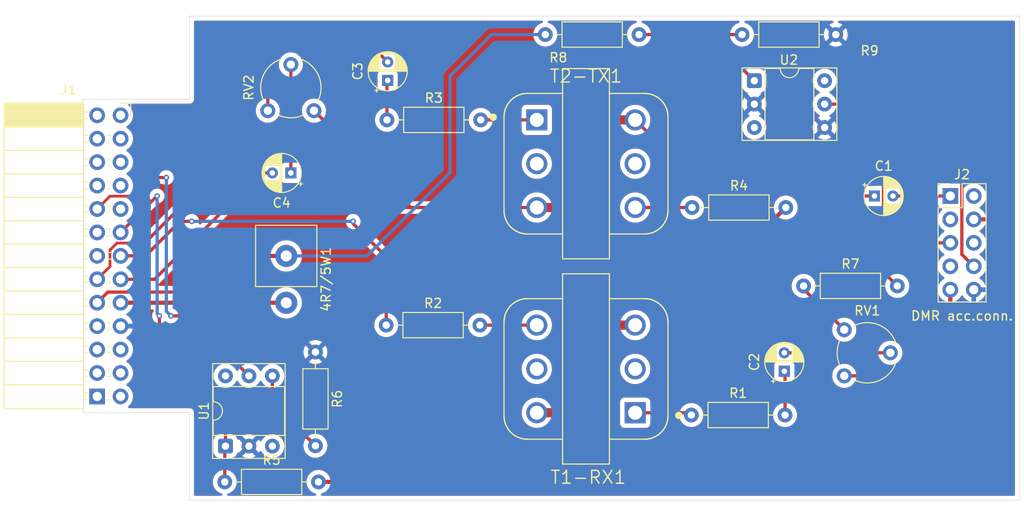
<source format=kicad_pcb>
(kicad_pcb (version 20241229) (generator "pcbnew") (generator_version "9.0")
  (layers (0 "F.Cu" signal) (2 "B.Cu" signal) (13 "F.Paste" user) (15 "B.Paste" user) (5 "F.SilkS" user "F.Silkscreen") (7 "B.SilkS" user "B.Silkscreen") (1 "F.Mask" user) (3 "B.Mask" user) (25 "Edge.Cuts" user))
  (net 0 "")
  (net 1 "Net-(J1-Pin_9)")
  (net 2 "Net-(J1-Pin_10)")
  (net 3 "Net-(C1-Pad1)")
  (net 4 "Net-(J2-Pin_1)")
  (net 5 "Net-(C2-Pad1)")
  (net 6 "Net-(C2-Pad2)")
  (net 7 "Net-(C3-Pad2)")
  (net 8 "Net-(C3-Pad1)")
  (net 9 "Net-(C4-Pad1)")
  (net 10 "Net-(J1-TX_Audio)")
  (net 15 "GNDA")
  (net 24 "GND")
  (net 29 "Net-(J1-GND_MIC)")
  (net 30 "Net-(J1-RX_Audio)")
  (net 33 "Net-(J1-PTT)")
  (net 36 "Net-(J2-Pin_4)")
  (net 38 "GNDS")
  (net 40 "Net-(J2-Pin_9)")
  (net 41 "Net-(J2-Pin_8)")
  (net 42 "Net-(R1-Pad1)")
  (net 43 "Net-(R2-Pad2)")
  (net 44 "Net-(R3-Pad2)")
  (net 45 "Net-(R4-Pad1)")
  (net 46 "Net-(R5-Pad1)")
  (net 47 "Net-(R7-Pad1)")
  (net 48 "Net-(R8-Pad2)")
  (footprint "Potentiometer_THT:Potentiometer_Piher_PT-6-V_Vertical" (layer "F.Cu") (at 93.5 80.25 90)
    (property "Reference" "RV2" (at 2.5 -7.06 90) (layer "F.SilkS"))
    (property "Value" "10K")
    (pad "1" thru_hole circle (at 0 0 90) (size 1.62 1.62) (drill 0.9) (layers "*.Cu" "*.Mask") (net 15 "GNDA"))
    (pad "2" thru_hole circle (at 5 -2.5 90) (size 1.62 1.62) (drill 0.9) (layers "*.Cu" "*.Mask") (net 9 "Net-(C4-Pad1)"))
    (pad "3" thru_hole circle (at 0 -5 90) (size 1.62 1.62) (drill 0.9) (layers "*.Cu" "*.Mask") (net 7 "Net-(C3-Pad2)"))
  )
  (footprint "Capacitor_THT:CP_Radial_D4.0mm_P2.00mm" (layer "F.Cu") (at 91 87 180)
    (property "Reference" "C4" (at 1 -3.25 0) (layer "F.SilkS"))
    (property "Value" "4u7/16V")
    (pad "1" thru_hole rect (at 0 0 180) (size 1.2 1.2) (drill 0.6) (layers "*.Cu" "*.Mask") (net 9 "Net-(C4-Pad1)"))
    (pad "2" thru_hole circle (at 2 0 180) (size 1.2 1.2) (drill 0.6) (layers "*.Cu" "*.Mask") (net 10 "Net-(J1-TX_Audio)"))
  )
  (footprint "Resistor_THT:R_Axial_DIN0207_L6.3mm_D2.5mm_P10.16mm_Horizontal" (layer "F.Cu") (at 134.5 90.75)
    (property "Reference" "R4" (at 5.08 -2.37 0) (layer "F.SilkS"))
    (property "Value" "68R")
    (pad "1" thru_hole circle (at 0 0) (size 1.6 1.6) (drill 0.8) (layers "*.Cu" "*.Mask") (net 45 "Net-(R4-Pad1)"))
    (pad "2" thru_hole oval (at 10.16 0) (size 1.6 1.6) (drill 0.8) (layers "*.Cu" "*.Mask") (net 40 "Net-(J2-Pin_9)"))
  )
  (footprint "Connector_PinSocket_2.54mm:MTM5400_1" (layer "F.Cu") (at 72.54 80.75)
    (property "Reference" "J1" (at -5.65 -2.77 0) (layer "F.SilkS"))
    (property "Value" "MTM5400 acc.con.")
    (pad "1" thru_hole rect (at -2.54 30.48) (size 1.7 1.7) (drill 1) (layers "*.Cu" "*.Mask"))
    (pad "2" thru_hole oval (at 0 30.48) (size 1.7 1.7) (drill 1) (layers "*.Cu" "*.Mask"))
    (pad "3" thru_hole oval (at -2.54 27.94) (size 1.7 1.7) (drill 1) (layers "*.Cu" "*.Mask"))
    (pad "4" thru_hole oval (at 0 27.94) (size 1.7 1.7) (drill 1) (layers "*.Cu" "*.Mask"))
    (pad "5" thru_hole oval (at -2.54 25.4) (size 1.7 1.7) (drill 1) (layers "*.Cu" "*.Mask"))
    (pad "6" thru_hole oval (at 0 25.4) (size 1.7 1.7) (drill 1) (layers "*.Cu" "*.Mask"))
    (pad "7" thru_hole oval (at -2.54 22.86) (size 1.7 1.7) (drill 1) (layers "*.Cu" "*.Mask"))
    (pad "8" thru_hole oval (at 0 22.86) (size 1.7 1.7) (drill 1) (layers "*.Cu" "*.Mask") (net 24 "GND"))
    (pad "9" thru_hole oval (at -2.54 20.32) (size 1.7 1.7) (drill 1) (layers "*.Cu" "*.Mask") (net 1 "Net-(J1-Pin_9)"))
    (pad "10" thru_hole oval (at 0 20.32) (size 1.7 1.7) (drill 1) (layers "*.Cu" "*.Mask") (net 2 "Net-(J1-Pin_10)"))
    (pad "11" thru_hole oval (at -2.54 17.78) (size 1.7 1.7) (drill 1) (layers "*.Cu" "*.Mask") (net 10 "Net-(J1-TX_Audio)"))
    (pad "12" thru_hole oval (at 0 17.78) (size 1.7 1.7) (drill 1) (layers "*.Cu" "*.Mask") (net 15 "GNDA"))
    (pad "13" thru_hole oval (at -2.54 15.24) (size 1.7 1.7) (drill 1) (layers "*.Cu" "*.Mask"))
    (pad "14" thru_hole oval (at 0 15.24) (size 1.7 1.7) (drill 1) (layers "*.Cu" "*.Mask") (net 30 "Net-(J1-RX_Audio)"))
    (pad "15" thru_hole oval (at -2.54 12.7) (size 1.7 1.7) (drill 1) (layers "*.Cu" "*.Mask"))
    (pad "16" thru_hole oval (at 0 12.7) (size 1.7 1.7) (drill 1) (layers "*.Cu" "*.Mask") (net 29 "Net-(J1-GND_MIC)"))
    (pad "17" thru_hole oval (at -2.54 10.16) (size 1.7 1.7) (drill 1) (layers "*.Cu" "*.Mask") (net 33 "Net-(J1-PTT)"))
    (pad "18" thru_hole oval (at 0 10.16) (size 1.7 1.7) (drill 1) (layers "*.Cu" "*.Mask"))
    (pad "19" thru_hole oval (at -2.54 7.62) (size 1.7 1.7) (drill 1) (layers "*.Cu" "*.Mask"))
    (pad "20" thru_hole oval (at 0 7.62) (size 1.7 1.7) (drill 1) (layers "*.Cu" "*.Mask"))
    (pad "21" thru_hole oval (at -2.54 5.08) (size 1.7 1.7) (drill 1) (layers "*.Cu" "*.Mask"))
    (pad "22" thru_hole oval (at 0 5.08) (size 1.7 1.7) (drill 1) (layers "*.Cu" "*.Mask"))
    (pad "23" thru_hole oval (at -2.54 2.54) (size 1.7 1.7) (drill 1) (layers "*.Cu" "*.Mask"))
    (pad "24" thru_hole oval (at 0 2.54) (size 1.7 1.7) (drill 1) (layers "*.Cu" "*.Mask"))
    (pad "25" thru_hole oval (at -2.54 0) (size 1.7 1.7) (drill 1) (layers "*.Cu" "*.Mask"))
    (pad "26" thru_hole oval (at 0 0) (size 1.7 1.7) (drill 1) (layers "*.Cu" "*.Mask"))
  )
  (footprint "Capacitor_THT:CP_Radial_D4.0mm_P2.00mm" (layer "F.Cu") (at 154.277401 89.5)
    (property "Reference" "C1" (at 1 -3.25 0) (layer "F.SilkS"))
    (property "Value" "4u7/16V")
    (pad "1" thru_hole rect (at 0 0) (size 1.2 1.2) (drill 0.6) (layers "*.Cu" "*.Mask") (net 3 "Net-(C1-Pad1)"))
    (pad "2" thru_hole circle (at 2 0) (size 1.2 1.2) (drill 0.6) (layers "*.Cu" "*.Mask") (net 4 "Net-(J2-Pin_1)"))
  )
  (footprint "Resistor_THT:R_Axial_DIN0207_L6.3mm_D2.5mm_P10.16mm_Horizontal" (layer "F.Cu") (at 150.08 72 180)
    (property "Reference" "R9" (at -3.67 -1.75 0) (layer "F.SilkS"))
    (property "Value" "10K")
    (pad "1" thru_hole circle (at 0 0 180) (size 1.6 1.6) (drill 0.8) (layers "*.Cu" "*.Mask") (net 24 "GND"))
    (pad "2" thru_hole oval (at 10.16 0 180) (size 1.6 1.6) (drill 0.8) (layers "*.Cu" "*.Mask") (net 48 "Net-(R8-Pad2)"))
  )
  (footprint "Package_DIP:DIP-6_W7.62mm_Socket" (layer "F.Cu") (at 141.25 77)
    (property "Reference" "U2" (at 3.75 -2.25 0) (layer "F.SilkS"))
    (property "Value" "CNY17-2")
    (pad "1" thru_hole roundrect (at 0 0) (size 1.6 1.6) (drill 0.8) (layers "*.Cu" "*.Mask") (roundrect_rratio 0.15625) (net 48 "Net-(R8-Pad2)"))
    (pad "2" thru_hole circle (at 0 2.54) (size 1.6 1.6) (drill 0.8) (layers "*.Cu" "*.Mask") (net 24 "GND"))
    (pad "3" thru_hole circle (at 0 5.08) (size 1.6 1.6) (drill 0.8) (layers "*.Cu" "*.Mask"))
    (pad "4" thru_hole circle (at 7.62 5.08) (size 1.6 1.6) (drill 0.8) (layers "*.Cu" "*.Mask") (net 24 "GND"))
    (pad "5" thru_hole circle (at 7.62 2.54) (size 1.6 1.6) (drill 0.8) (layers "*.Cu" "*.Mask") (net 41 "Net-(J2-Pin_8)"))
    (pad "6" thru_hole circle (at 7.62 0) (size 1.6 1.6) (drill 0.8) (layers "*.Cu" "*.Mask"))
  )
  (footprint "Resistor_THT:R_Axial_DIN0207_L6.3mm_D2.5mm_P10.16mm_Horizontal" (layer "F.Cu") (at 83.835 120.5)
    (property "Reference" "R5" (at 5.08 -2.37 0) (layer "F.SilkS"))
    (property "Value" "330R")
    (pad "1" thru_hole circle (at 0 0) (size 1.6 1.6) (drill 0.8) (layers "*.Cu" "*.Mask") (net 46 "Net-(R5-Pad1)"))
    (pad "2" thru_hole oval (at 10.16 0) (size 1.6 1.6) (drill 0.8) (layers "*.Cu" "*.Mask") (net 36 "Net-(J2-Pin_4)"))
  )
  (footprint "Resistor_THT:R_Axial_Power_L20.0mm_W6.4mm_P5.08mm_Vertical" (layer "F.Cu") (at 90.5 96 -90)
    (property "Reference" "4R7/5W1" (at 2.54 -4.32 90) (layer "F.SilkS"))
    (property "Value" "R10" (hide yes))
    (pad "1" thru_hole circle (at 0 0 270) (size 2.4 2.4) (drill 1.2) (layers "*.Cu" "*.Mask") (net 1 "Net-(J1-Pin_9)"))
    (pad "2" thru_hole oval (at 5.08 0 270) (size 2.4 2.4) (drill 1.2) (layers "*.Cu" "*.Mask") (net 2 "Net-(J1-Pin_10)"))
  )
  (footprint "Resistor_THT:R_Axial_DIN0207_L6.3mm_D2.5mm_P10.16mm_Horizontal" (layer "F.Cu") (at 146.59 99.25)
    (property "Reference" "R7" (at 5.08 -2.37 0) (layer "F.SilkS"))
    (property "Value" "100R")
    (pad "1" thru_hole circle (at 0 0) (size 1.6 1.6) (drill 0.8) (layers "*.Cu" "*.Mask") (net 47 "Net-(R7-Pad1)"))
    (pad "2" thru_hole oval (at 10.16 0) (size 1.6 1.6) (drill 0.8) (layers "*.Cu" "*.Mask") (net 38 "GNDS"))
  )
  (footprint "TY-145P:XFMR_TY-145P" (layer "F.Cu") (at 123 108.25 180)
    (property "Reference" "T1-RX1" (at -0.25 -11.75 0) (layer "F.SilkS") (effects (font (size 1.400252 1.400252))))
    (property "Value" "600ohm 1:1")
    (pad "1" thru_hole rect (at -5.334 -4.7498 180) (size 2.286 2.286) (drill 1.524) (layers "*.Cu" "*.Mask") (net 42 "Net-(R1-Pad1)"))
    (pad "2" thru_hole circle (at -5.334 0 180) (size 2.286 2.286) (drill 1.524) (layers "*.Cu" "*.Mask"))
    (pad "3" thru_hole circle (at -5.334 4.7498 180) (size 2.286 2.286) (drill 1.524) (layers "*.Cu" "*.Mask") (net 38 "GNDS"))
    (pad "4" thru_hole circle (at 5.334 4.7498 180) (size 2.286 2.286) (drill 1.524) (layers "*.Cu" "*.Mask") (net 43 "Net-(R2-Pad2)"))
    (pad "5" thru_hole circle (at 5.334 0 180) (size 2.286 2.286) (drill 1.524) (layers "*.Cu" "*.Mask"))
    (pad "6" thru_hole circle (at 5.334 -4.7498 180) (size 2.286 2.286) (drill 1.524) (layers "*.Cu" "*.Mask") (net 15 "GNDA"))
  )
  (footprint "Capacitor_THT:CP_Radial_D4.0mm_P2.00mm" (layer "F.Cu") (at 144.5 108.5 90)
    (property "Reference" "C2" (at 1 -3.25 90) (layer "F.SilkS"))
    (property "Value" "4u7/16V")
    (pad "1" thru_hole rect (at 0 0 90) (size 1.2 1.2) (drill 0.6) (layers "*.Cu" "*.Mask") (net 5 "Net-(C2-Pad1)"))
    (pad "2" thru_hole circle (at 2 0 90) (size 1.2 1.2) (drill 0.6) (layers "*.Cu" "*.Mask") (net 6 "Net-(C2-Pad2)"))
  )
  (footprint "Resistor_THT:R_Axial_DIN0207_L6.3mm_D2.5mm_P10.16mm_Horizontal" (layer "F.Cu") (at 118.59 72)
    (property "Reference" "R8" (at 1.41 2.5 0) (layer "F.SilkS"))
    (property "Value" "330R")
    (pad "1" thru_hole circle (at 0 0) (size 1.6 1.6) (drill 0.8) (layers "*.Cu" "*.Mask") (net 1 "Net-(J1-Pin_9)"))
    (pad "2" thru_hole oval (at 10.16 0) (size 1.6 1.6) (drill 0.8) (layers "*.Cu" "*.Mask") (net 48 "Net-(R8-Pad2)"))
  )
  (footprint "Resistor_THT:R_Axial_DIN0207_L6.3mm_D2.5mm_P10.16mm_Horizontal" (layer "F.Cu") (at 134.42 113.25)
    (property "Reference" "R1" (at 5.08 -2.37 0) (layer "F.SilkS"))
    (property "Value" "68R")
    (pad "1" thru_hole circle (at 0 0) (size 1.6 1.6) (drill 0.8) (layers "*.Cu" "*.Mask") (net 42 "Net-(R1-Pad1)"))
    (pad "2" thru_hole oval (at 10.16 0) (size 1.6 1.6) (drill 0.8) (layers "*.Cu" "*.Mask") (net 5 "Net-(C2-Pad1)"))
  )
  (footprint "Package_DIP:DIP-6_W7.62mm_Socket" (layer "F.Cu") (at 83.915 116.62 90)
    (property "Reference" "U1" (at 3.81 -2.33 90) (layer "F.SilkS"))
    (property "Value" "CNY17-2")
    (pad "1" thru_hole roundrect (at 0 0 90) (size 1.6 1.6) (drill 0.8) (layers "*.Cu" "*.Mask") (roundrect_rratio 0.15625) (net 46 "Net-(R5-Pad1)"))
    (pad "2" thru_hole circle (at 0 2.54 90) (size 1.6 1.6) (drill 0.8) (layers "*.Cu" "*.Mask") (net 24 "GND"))
    (pad "3" thru_hole circle (at 0 5.08 90) (size 1.6 1.6) (drill 0.8) (layers "*.Cu" "*.Mask"))
    (pad "4" thru_hole circle (at 7.62 5.08 90) (size 1.6 1.6) (drill 0.8) (layers "*.Cu" "*.Mask") (net 29 "Net-(J1-GND_MIC)"))
    (pad "5" thru_hole circle (at 7.62 2.54 90) (size 1.6 1.6) (drill 0.8) (layers "*.Cu" "*.Mask") (net 33 "Net-(J1-PTT)"))
    (pad "6" thru_hole circle (at 7.62 0 90) (size 1.6 1.6) (drill 0.8) (layers "*.Cu" "*.Mask"))
  )
  (footprint "Resistor_THT:R_Axial_DIN0207_L6.3mm_D2.5mm_P10.16mm_Horizontal" (layer "F.Cu") (at 93.665 106.42 -90)
    (property "Reference" "R6" (at 5.08 -2.37 90) (layer "F.SilkS"))
    (property "Value" "10K")
    (pad "1" thru_hole circle (at 0 0 270) (size 1.6 1.6) (drill 0.8) (layers "*.Cu" "*.Mask") (net 24 "GND"))
    (pad "2" thru_hole oval (at 10.16 0 270) (size 1.6 1.6) (drill 0.8) (layers "*.Cu" "*.Mask") (net 46 "Net-(R5-Pad1)"))
  )
  (footprint "Resistor_THT:R_Axial_DIN0207_L6.3mm_D2.5mm_P10.16mm_Horizontal" (layer "F.Cu") (at 101.34 103.5)
    (property "Reference" "R2" (at 5.08 -2.37 0) (layer "F.SilkS"))
    (property "Value" "68R")
    (pad "1" thru_hole circle (at 0 0) (size 1.6 1.6) (drill 0.8) (layers "*.Cu" "*.Mask") (net 30 "Net-(J1-RX_Audio)"))
    (pad "2" thru_hole oval (at 10.16 0) (size 1.6 1.6) (drill 0.8) (layers "*.Cu" "*.Mask") (net 43 "Net-(R2-Pad2)"))
  )
  (footprint "Connector_PinHeader_2.54mm:PinHeader_2x05_P2.54mm_Vertical" (layer "F.Cu") (at 162.5 89.5)
    (property "Reference" "J2" (at 1.27 -2.33 0) (layer "F.SilkS"))
    (property "Value" "DMR acc.conn." (at 1.27 13 0) (layer "F.SilkS"))
    (pad "1" thru_hole rect (at 0 0) (size 1.7 1.7) (drill 1) (layers "*.Cu" "*.Mask") (net 4 "Net-(J2-Pin_1)"))
    (pad "2" thru_hole oval (at 2.54 0) (size 1.7 1.7) (drill 1) (layers "*.Cu" "*.Mask"))
    (pad "3" thru_hole oval (at 0 2.54) (size 1.7 1.7) (drill 1) (layers "*.Cu" "*.Mask"))
    (pad "4" thru_hole oval (at 2.54 2.54) (size 1.7 1.7) (drill 1) (layers "*.Cu" "*.Mask") (net 36 "Net-(J2-Pin_4)"))
    (pad "5" thru_hole oval (at 0 5.08) (size 1.7 1.7) (drill 1) (layers "*.Cu" "*.Mask") (net 38 "GNDS"))
    (pad "6" thru_hole oval (at 2.54 5.08) (size 1.7 1.7) (drill 1) (layers "*.Cu" "*.Mask"))
    (pad "7" thru_hole oval (at 0 7.62) (size 1.7 1.7) (drill 1) (layers "*.Cu" "*.Mask"))
    (pad "8" thru_hole oval (at 2.54 7.62) (size 1.7 1.7) (drill 1) (layers "*.Cu" "*.Mask") (net 41 "Net-(J2-Pin_8)"))
    (pad "9" thru_hole oval (at 0 10.16) (size 1.7 1.7) (drill 1) (layers "*.Cu" "*.Mask") (net 40 "Net-(J2-Pin_9)"))
    (pad "10" thru_hole oval (at 2.54 10.16) (size 1.7 1.7) (drill 1) (layers "*.Cu" "*.Mask") (net 24 "GND"))
  )
  (footprint "Potentiometer_THT:Potentiometer_Piher_PT-6-V_Vertical" (layer "F.Cu") (at 151 109)
    (property "Reference" "RV1" (at 2.5 -7.06 0) (layer "F.SilkS"))
    (property "Value" "100K")
    (pad "1" thru_hole circle (at 0 0) (size 1.62 1.62) (drill 0.9) (layers "*.Cu" "*.Mask") (net 3 "Net-(C1-Pad1)"))
    (pad "2" thru_hole circle (at 5 -2.5) (size 1.62 1.62) (drill 0.9) (layers "*.Cu" "*.Mask") (net 6 "Net-(C2-Pad2)"))
    (pad "3" thru_hole circle (at 0 -5) (size 1.62 1.62) (drill 0.9) (layers "*.Cu" "*.Mask") (net 47 "Net-(R7-Pad1)"))
  )
  (footprint "Resistor_THT:R_Axial_DIN0207_L6.3mm_D2.5mm_P10.16mm_Horizontal" (layer "F.Cu") (at 101.42 81.25)
    (property "Reference" "R3" (at 5.08 -2.37 0) (layer "F.SilkS"))
    (property "Value" "68R")
    (pad "1" thru_hole circle (at 0 0) (size 1.6 1.6) (drill 0.8) (layers "*.Cu" "*.Mask") (net 8 "Net-(C3-Pad1)"))
    (pad "2" thru_hole oval (at 10.16 0) (size 1.6 1.6) (drill 0.8) (layers "*.Cu" "*.Mask") (net 44 "Net-(R3-Pad2)"))
  )
  (footprint "Capacitor_THT:CP_Radial_D4.0mm_P2.00mm" (layer "F.Cu") (at 101.5 76.9726 90)
    (property "Reference" "C3" (at 1 -3.25 90) (layer "F.SilkS"))
    (property "Value" "4u7/16V")
    (pad "1" thru_hole rect (at 0 0 90) (size 1.2 1.2) (drill 0.6) (layers "*.Cu" "*.Mask") (net 8 "Net-(C3-Pad1)"))
    (pad "2" thru_hole circle (at 2 0 90) (size 1.2 1.2) (drill 0.6) (layers "*.Cu" "*.Mask") (net 7 "Net-(C3-Pad2)"))
  )
  (footprint "TY-145P:XFMR_TY-145P" (layer "F.Cu") (at 123 86)
    (property "Reference" "T2-TX1" (at 0 -9.5 0) (layer "F.SilkS") (effects (font (size 1.400252 1.400252))))
    (property "Value" "600ohm 1:1")
    (pad "1" thru_hole rect (at -5.334 -4.7498) (size 2.286 2.286) (drill 1.524) (layers "*.Cu" "*.Mask") (net 44 "Net-(R3-Pad2)"))
    (pad "2" thru_hole circle (at -5.334 0) (size 2.286 2.286) (drill 1.524) (layers "*.Cu" "*.Mask"))
    (pad "3" thru_hole circle (at -5.334 4.7498) (size 2.286 2.286) (drill 1.524) (layers "*.Cu" "*.Mask") (net 15 "GNDA"))
    (pad "4" thru_hole circle (at 5.334 4.7498) (size 2.286 2.286) (drill 1.524) (layers "*.Cu" "*.Mask") (net 45 "Net-(R4-Pad1)"))
    (pad "5" thru_hole circle (at 5.334 0) (size 2.286 2.286) (drill 1.524) (layers "*.Cu" "*.Mask"))
    (pad "6" thru_hole circle (at 5.334 -4.7498) (size 2.286 2.286) (drill 1.524) (layers "*.Cu" "*.Mask") (net 38 "GNDS"))
  )
  (gr_line (start 80 122.5) (end 80 113) (stroke (width 0.05)) (layer "Edge.Cuts"))
  (gr_line (start 170 122.5) (end 80 122.5) (stroke (width 0.05)) (layer "Edge.Cuts"))
  (gr_line (start 80 113) (end 68.5 113) (stroke (width 0.05)) (layer "Edge.Cuts"))
  (gr_line (start 80 79) (end 80 70) (stroke (width 0.05)) (layer "Edge.Cuts"))
  (gr_line (start 68.5 79) (end 80 79) (stroke (width 0.05)) (layer "Edge.Cuts"))
  (gr_line (start 80 70) (end 170 70) (stroke (width 0.05)) (layer "Edge.Cuts"))
  (gr_line (start 68.5 113) (end 68.5 79) (stroke (width 0.05)) (layer "Edge.Cuts"))
  (gr_line (start 170 70) (end 170 122.5) (stroke (width 0.05)) (layer "Edge.Cuts"))
  (segment (start 90.5 96) (end 83.5 96) (width 0.45) (layer "F.Cu") (net 1))
  (segment (start 71.151 99.919) (end 70 101.07) (width 0.35) (layer "F.Cu") (net 1))
  (segment (start 79.581 99.919) (end 71.151 99.919) (width 0.35) (layer "F.Cu") (net 1))
  (segment (start 83.5 96) (end 79.581 99.919) (width 0.45) (layer "F.Cu") (net 1))
  (segment (start 99.25 96) (end 108.25 87) (width 0.35) (layer "B.Cu") (net 1))
  (segment (start 108.25 76.5) (end 112.75 72) (width 0.35) (layer "B.Cu") (net 1))
  (segment (start 108.25 87) (end 108.25 76.5) (width 0.35) (layer "B.Cu") (net 1))
  (segment (start 112.75 72) (end 118.59 72) (width 0.35) (layer "B.Cu") (net 1))
  (segment (start 90.5 96) (end 99.25 96) (width 0.35) (layer "B.Cu") (net 1))
  (segment (start 72.54 101.07) (end 90.49 101.07) (width 0.45) (layer "F.Cu") (net 2))
  (segment (start 90.49 101.07) (end 90.5 101.08) (width 0.2) (layer "F.Cu") (net 2))
  (segment (start 159 104.25) (end 156.5 101.75) (width 0.35) (layer "F.Cu") (net 3))
  (segment (start 156.5 101.75) (end 153.75 101.75) (width 0.35) (layer "F.Cu") (net 3))
  (segment (start 152.75 100.75) (end 152.75 89.5) (width 0.35) (layer "F.Cu") (net 3))
  (segment (start 152.75 89.5) (end 154.277401 89.5) (width 0.35) (layer "F.Cu") (net 3))
  (segment (start 151 109) (end 159 109) (width 0.35) (layer "F.Cu") (net 3))
  (segment (start 159 109) (end 159 104.25) (width 0.35) (layer "F.Cu") (net 3))
  (segment (start 153.75 101.75) (end 152.75 100.75) (width 0.35) (layer "F.Cu") (net 3))
  (segment (start 156.277401 89.5) (end 162.5 89.5) (width 0.35) (layer "F.Cu") (net 4))
  (segment (start 144.58 113.25) (end 144.58 108.58) (width 0.35) (layer "F.Cu") (net 5))
  (segment (start 144.58 108.58) (end 144.5 108.5) (width 0.2) (layer "F.Cu") (net 5))
  (segment (start 144.5 106.5) (end 156 106.5) (width 0.35) (layer "F.Cu") (net 6))
  (segment (start 101.5 74.9726) (end 99.7774 73.25) (width 0.35) (layer "F.Cu") (net 7))
  (segment (start 99.7774 73.25) (end 88.5 73.25) (width 0.35) (layer "F.Cu") (net 7))
  (segment (start 88.5 73.25) (end 88.5 80.25) (width 0.35) (layer "F.Cu") (net 7))
  (segment (start 101.42 77.0526) (end 101.5 76.9726) (width 0.2) (layer "F.Cu") (net 8))
  (segment (start 101.42 81.25) (end 101.42 77.0526) (width 0.35) (layer "F.Cu") (net 8))
  (segment (start 91 87) (end 91 75.25) (width 0.35) (layer "F.Cu") (net 9))
  (segment (start 82.75 87) (end 89 87) (width 0.35) (layer "F.Cu") (net 10))
  (segment (start 71.389 97.141) (end 71.389 95.361) (width 0.3) (layer "F.Cu") (net 10))
  (segment (start 75.149 94.601) (end 82.75 87) (width 0.35) (layer "F.Cu") (net 10))
  (segment (start 72.149 94.601) (end 75.149 94.601) (width 0.3) (layer "F.Cu") (net 10))
  (segment (start 71.389 95.361) (end 72.149 94.601) (width 0.3) (layer "F.Cu") (net 10))
  (segment (start 70 98.53) (end 71.389 97.141) (width 0.3) (layer "F.Cu") (net 10))
  (segment (start 121.25 90.75) (end 121.25 113) (width 1) (layer "F.Cu") (net 15))
  (segment (start 84.0002 90.7498) (end 103.9998 90.7498) (width 0.35) (layer "F.Cu") (net 15))
  (segment (start 103.9998 90.7498) (end 93.5 80.25) (width 0.35) (layer "F.Cu") (net 15))
  (segment (start 117.666 90.7498) (end 121.2498 90.7498) (width 1) (layer "F.Cu") (net 15))
  (segment (start 121.2498 90.7498) (end 121.25 90.75) (width 0.2) (layer "F.Cu") (net 15))
  (segment (start 117.666 90.7498) (end 117.9162 91) (width 0.2) (layer "F.Cu") (net 15))
  (segment (start 117.666 112.9998) (end 121.2498 112.9998) (width 1) (layer "F.Cu") (net 15))
  (segment (start 76.22 98.53) (end 84.0002 90.7498) (width 0.35) (layer "F.Cu") (net 15))
  (segment (start 121.2498 112.9998) (end 121.25 113) (width 0.2) (layer "F.Cu") (net 15))
  (segment (start 72.54 98.53) (end 76.22 98.53) (width 0.35) (layer "F.Cu") (net 15))
  (segment (start 117.666 90.7498) (end 103.9998 90.7498) (width 0.35) (layer "F.Cu") (net 15))
  (segment (start 72.54 93.45) (end 76.49 89.5) (width 0.35) (layer "F.Cu") (net 29))
  (segment (start 89 111.25) (end 89 111) (width 0.2) (layer "F.Cu") (net 29))
  (segment (start 82.943834 111.25) (end 89 111.25) (width 0.35) (layer "F.Cu") (net 29))
  (segment (start 76.75 102.5) (end 76.75 105.056166) (width 0.35) (layer "F.Cu") (net 29))
  (segment (start 76.75 105.056166) (end 82.943834 111.25) (width 0.35) (layer "F.Cu") (net 29))
  (segment (start 89 111) (end 88.995 110.995) (width 0.2) (layer "F.Cu") (net 29))
  (segment (start 88.995 110.995) (end 88.995 109) (width 0.35) (layer "F.Cu") (net 29))
  (segment (start 76.49 89.5) (end 76.5 89.5) (width 0.2) (layer "F.Cu") (net 29))
  (via (at 76.5 89.5) (size 0.6) (drill 0.3) (layers "F.Cu" "B.Cu") (net 29))
  (via (at 76.75 102.5) (size 0.6) (drill 0.3) (layers "F.Cu" "B.Cu") (net 29))
  (segment (start 76.5 89.5) (end 76.5 102.25) (width 0.35) (layer "B.Cu") (net 29))
  (segment (start 76.5 102.25) (end 76.75 102.5) (width 0.2) (layer "B.Cu") (net 29))
  (segment (start 75.24 95.99) (end 72.54 95.99) (width 0.35) (layer "F.Cu") (net 30))
  (segment (start 80.25 92.25) (end 78.98 92.25) (width 0.35) (layer "F.Cu") (net 30))
  (segment (start 97.75 92.25) (end 97.75 92.5) (width 0.2) (layer "F.Cu") (net 30))
  (segment (start 101.34 96.09) (end 101.34 103.5) (width 0.35) (layer "F.Cu") (net 30))
  (segment (start 97.75 92.5) (end 101.34 96.09) (width 0.35) (layer "F.Cu") (net 30))
  (segment (start 78.98 92.25) (end 75.24 95.99) (width 0.35) (layer "F.Cu") (net 30))
  (via (at 97.75 92.25) (size 0.6) (drill 0.3) (layers "F.Cu" "B.Cu") (net 30))
  (via (at 80.25 92.25) (size 0.6) (drill 0.3) (layers "F.Cu" "B.Cu") (net 30))
  (segment (start 97.75 92.25) (end 97.75 92.5) (width 0.2) (layer "B.Cu") (net 30))
  (segment (start 80.25 92.25) (end 97.75 92.25) (width 0.35) (layer "B.Cu") (net 30))
  (segment (start 70 90.91) (end 71.389 89.521) (width 0.3) (layer "F.Cu") (net 33))
  (segment (start 76 87.5) (end 77.5 87.5) (width 0.35) (layer "F.Cu") (net 33))
  (segment (start 78 102.5) (end 79.955 102.5) (width 0.35) (layer "F.Cu") (net 33))
  (segment (start 79.955 102.5) (end 86.455 109) (width 0.35) (layer "F.Cu") (net 33))
  (segment (start 73.979 89.521) (end 76 87.5) (width 0.35) (layer "F.Cu") (net 33))
  (segment (start 71.389 89.521) (end 73.979 89.521) (width 0.3) (layer "F.Cu") (net 33))
  (via (at 78 102.5) (size 0.6) (drill 0.3) (layers "F.Cu" "B.Cu") (net 33))
  (via (at 77.5 87.5) (size 0.6) (drill 0.3) (layers "F.Cu" "B.Cu") (net 33))
  (segment (start 77.5 102) (end 78 102.5) (width 0.35) (layer "B.Cu") (net 33))
  (segment (start 77.5 87.5) (end 77.5 102) (width 0.35) (layer "B.Cu") (net 33))
  (segment (start 167.5 107.75) (end 157.25 118) (width 0.45) (layer "F.Cu") (net 36))
  (segment (start 95.5 120.5) (end 98 118) (width 0.45) (layer "F.Cu") (net 36))
  (segment (start 167.5 92.5) (end 167.5 107.75) (width 0.45) (layer "F.Cu") (net 36))
  (segment (start 165.04 92.04) (end 167.04 92.04) (width 0.45) (layer "F.Cu") (net 36))
  (segment (start 98 118) (end 136.25 118) (width 0.45) (layer "F.Cu") (net 36))
  (segment (start 157.25 118) (end 136.25 118) (width 0.45) (layer "F.Cu") (net 36))
  (segment (start 93.995 120.5) (end 95.5 120.5) (width 0.45) (layer "F.Cu") (net 36))
  (segment (start 167.04 92.04) (end 167.5 92.5) (width 0.45) (layer "F.Cu") (net 36))
  (segment (start 125 81.25) (end 125 103.5) (width 1) (layer "F.Cu") (net 38))
  (segment (start 128.334 81.2502) (end 133.8338 86.75) (width 0.35) (layer "F.Cu") (net 38))
  (segment (start 162.5 94.58) (end 155.42 94.58) (width 0.35) (layer "F.Cu") (net 38))
  (segment (start 155.25 86.75) (end 155.25 94.75) (width 0.35) (layer "F.Cu") (net 38))
  (segment (start 155.25 94.75) (end 155.25 97.75) (width 0.35) (layer "F.Cu") (net 38))
  (segment (start 155.42 94.58) (end 155.25 94.75) (width 0.2) (layer "F.Cu") (net 38))
  (segment (start 133.8338 86.75) (end 155.25 86.75) (width 0.35) (layer "F.Cu") (net 38))
  (segment (start 125.0002 103.5002) (end 128.334 103.5002) (width 1) (layer "F.Cu") (net 38))
  (segment (start 128.334 81.2502) (end 125.0002 81.2502) (width 1) (layer "F.Cu") (net 38))
  (segment (start 155.25 97.75) (end 156.75 99.25) (width 0.35) (layer "F.Cu") (net 38))
  (segment (start 125 103.5) (end 125.0002 103.5002) (width 0.2) (layer "F.Cu") (net 38))
  (segment (start 125.0002 81.2502) (end 125 81.25) (width 0.2) (layer "F.Cu") (net 38))
  (segment (start 139.75 115.5) (end 139.75 95.66) (width 0.45) (layer "F.Cu") (net 40))
  (segment (start 139.75 95.66) (end 144.66 90.75) (width 0.45) (layer "F.Cu") (net 40))
  (segment (start 162.5 99.66) (end 162.5 107.25) (width 0.45) (layer "F.Cu") (net 40))
  (segment (start 154.25 115.5) (end 139.75 115.5) (width 0.45) (layer "F.Cu") (net 40))
  (segment (start 162.5 107.25) (end 154.25 115.5) (width 0.45) (layer "F.Cu") (net 40))
  (segment (start 163.75 95.83) (end 163.75 86) (width 0.35) (layer "F.Cu") (net 41))
  (segment (start 157.29 79.54) (end 148.87 79.54) (width 0.35) (layer "F.Cu") (net 41))
  (segment (start 165.04 97.12) (end 163.75 95.83) (width 0.35) (layer "F.Cu") (net 41))
  (segment (start 163.75 86) (end 157.29 79.54) (width 0.35) (layer "F.Cu") (net 41))
  (segment (start 128.334 112.9998) (end 134.1698 112.9998) (width 0.35) (layer "F.Cu") (net 42))
  (segment (start 134.1698 112.9998) (end 134.42 113.25) (width 0.2) (layer "F.Cu") (net 42))
  (segment (start 111.75 103.5) (end 111.7502 103.5002) (width 0.2) (layer "F.Cu") (net 43))
  (segment (start 111.5 103.5) (end 111.75 103.5) (width 0.2) (layer "F.Cu") (net 43))
  (segment (start 111.7502 103.5002) (end 117.666 103.5002) (width 0.35) (layer "F.Cu") (net 43))
  (segment (start 111.58 81.25) (end 117.6658 81.25) (width 0.35) (layer "F.Cu") (net 44))
  (segment (start 117.6658 81.25) (end 117.666 81.2502) (width 0.2) (layer "F.Cu") (net 44))
  (segment (start 134.4998 90.7498) (end 134.5 90.75) (width 0.2) (layer "F.Cu") (net 45))
  (segment (start 128.334 90.7498) (end 134.4998 90.7498) (width 0.35) (layer "F.Cu") (net 45))
  (segment (start 83.835 116.7) (end 83.915 116.62) (width 0.2) (layer "F.Cu") (net 46))
  (segment (start 93.665 116.58) (end 89.585 112.5) (width 0.35) (layer "F.Cu") (net 46))
  (segment (start 89.585 112.5) (end 83.915 112.5) (width 0.35) (layer "F.Cu") (net 46))
  (segment (start 83.835 120.5) (end 83.835 116.7) (width 0.35) (layer "F.Cu") (net 46))
  (segment (start 83.915 112.5) (end 83.915 116.62) (width 0.35) (layer "F.Cu") (net 46))
  (segment (start 146.59 99.59) (end 146.59 99.25) (width 0.2) (layer "F.Cu") (net 47))
  (segment (start 151 104) (end 146.59 99.59) (width 0.35) (layer "F.Cu") (net 47))
  (segment (start 128.75 72) (end 136.25 72) (width 0.35) (layer "F.Cu") (net 48))
  (segment (start 139.92 72) (end 136.25 72) (width 0.35) (layer "F.Cu") (net 48))
  (segment (start 136.25 72) (end 141.25 77) (width 0.35) (layer "F.Cu") (net 48))
  (zone (net 24) (net_name "GND") (layers "F.Cu" "B.Cu") (connect_pads (clearance 0.5)) (min_thickness 0.25) (fill yes (thermal_gap 0.5) (thermal_bridge_width 0.5))
    (polygon (pts (xy 68.5 78.75) (xy 80 78.75) (xy 79.75 68.25) (xy 170.5 68.25) (xy 170.5 124) (xy 68.75 123.75) (xy 68.75 112.75)))
  )
)
</source>
